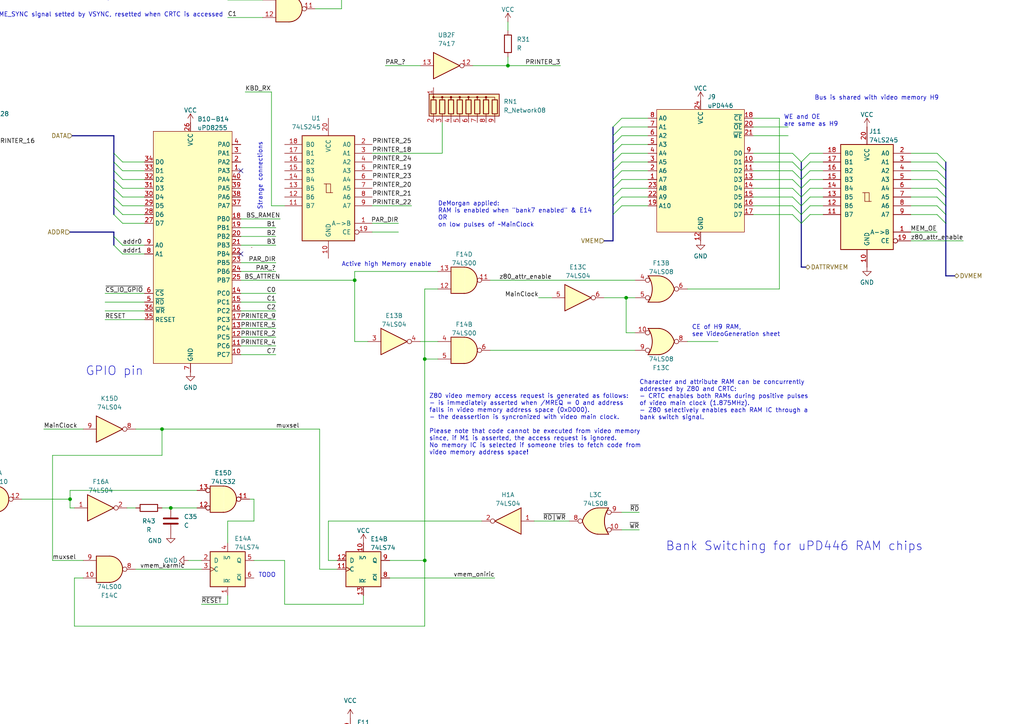
<source format=kicad_sch>
(kicad_sch (version 20230121) (generator eeschema)
  (paper "A4")
  (junction (at 49.53 147.32))
  (junction (at 20.32 144.78))
  (junction (at 46.99 124.46))
  (junction (at 147.32 19.05))
  (junction (at -5.08 41.91))
  (junction (at 102.87 81.28))
  (junction (at 181.61 86.36))
  (junction (at 99.06 -25.4))
  (junction (at -76.2 24.13))
  (junction (at -7.62 287.02))
  (junction (at 123.19 104.14))
  (junction (at 99.06 -11.43))
  (junction (at -7.62 274.32))
  (junction (at 123.19 162.56))
  (no_connect (at 69.85 49.53))
  (no_connect (at 69.85 73.66))
  (bus_entry (at 271.78 62.23) (size 2.54 2.54))
  (bus_entry (at 180.34 34.29) (size -2.54 2.54))
  (bus_entry (at 74.93 278.13) (size -2.54 2.54))
  (bus_entry (at 74.93 280.67) (size -2.54 2.54))
  (bus_entry (at 271.78 59.69) (size 2.54 2.54))
  (bus_entry (at 129.54 280.67) (size 2.54 2.54))
  (bus_entry (at 271.78 57.15) (size 2.54 2.54))
  (bus_entry (at 180.34 49.53) (size -2.54 2.54))
  (bus_entry (at 33.02 71.12) (size 2.54 2.54))
  (bus_entry (at 229.87 46.99) (size 2.54 2.54))
  (bus_entry (at 129.54 270.51) (size 2.54 2.54))
  (bus_entry (at 129.54 275.59) (size 2.54 2.54))
  (bus_entry (at 180.34 44.45) (size -2.54 2.54))
  (bus_entry (at 234.95 54.61) (size -2.54 2.54))
  (bus_entry (at 234.95 52.07) (size -2.54 2.54))
  (bus_entry (at 229.87 52.07) (size 2.54 2.54))
  (bus_entry (at 229.87 57.15) (size 2.54 2.54))
  (bus_entry (at 74.93 218.44) (size -2.54 2.54))
  (bus_entry (at 129.54 233.68) (size 2.54 2.54))
  (bus_entry (at 234.95 46.99) (size -2.54 2.54))
  (bus_entry (at 180.34 39.37) (size -2.54 2.54))
  (bus_entry (at 74.93 275.59) (size -2.54 2.54))
  (bus_entry (at 229.87 49.53) (size 2.54 2.54))
  (bus_entry (at 180.34 46.99) (size -2.54 2.54))
  (bus_entry (at 234.95 44.45) (size -2.54 2.54))
  (bus_entry (at 74.93 231.14) (size -2.54 2.54))
  (bus_entry (at 271.78 49.53) (size 2.54 2.54))
  (bus_entry (at 180.34 41.91) (size -2.54 2.54))
  (bus_entry (at 129.54 220.98) (size 2.54 2.54))
  (bus_entry (at 229.87 59.69) (size 2.54 2.54))
  (bus_entry (at 180.34 57.15) (size -2.54 2.54))
  (bus_entry (at 74.93 220.98) (size -2.54 2.54))
  (bus_entry (at 271.78 44.45) (size 2.54 2.54))
  (bus_entry (at 234.95 62.23) (size -2.54 2.54))
  (bus_entry (at 74.93 215.9) (size -2.54 2.54))
  (bus_entry (at 129.54 228.6) (size 2.54 2.54))
  (bus_entry (at 129.54 218.44) (size 2.54 2.54))
  (bus_entry (at 180.34 52.07) (size -2.54 2.54))
  (bus_entry (at 129.54 285.75) (size 2.54 2.54))
  (bus_entry (at 74.93 283.21) (size -2.54 2.54))
  (bus_entry (at 129.54 278.13) (size 2.54 2.54))
  (bus_entry (at 271.78 52.07) (size 2.54 2.54))
  (bus_entry (at 35.56 46.99) (size -2.54 -2.54))
  (bus_entry (at 271.78 46.99) (size 2.54 2.54))
  (bus_entry (at 234.95 59.69) (size -2.54 2.54))
  (bus_entry (at 129.54 288.29) (size 2.54 2.54))
  (bus_entry (at 74.93 270.51) (size -2.54 2.54))
  (bus_entry (at 129.54 231.14) (size 2.54 2.54))
  (bus_entry (at 180.34 36.83) (size -2.54 2.54))
  (bus_entry (at 74.93 228.6) (size -2.54 2.54))
  (bus_entry (at 35.56 59.69) (size -2.54 -2.54))
  (bus_entry (at 35.56 62.23) (size -2.54 -2.54))
  (bus_entry (at 74.93 233.68) (size -2.54 2.54))
  (bus_entry (at 234.95 57.15) (size -2.54 2.54))
  (bus_entry (at 74.93 285.75) (size -2.54 2.54))
  (bus_entry (at 129.54 226.06) (size 2.54 2.54))
  (bus_entry (at 35.56 57.15) (size -2.54 -2.54))
  (bus_entry (at 229.87 62.23) (size 2.54 2.54))
  (bus_entry (at 271.78 54.61) (size 2.54 2.54))
  (bus_entry (at 129.54 283.21) (size 2.54 2.54))
  (bus_entry (at 180.34 59.69) (size -2.54 2.54))
  (bus_entry (at 229.87 54.61) (size 2.54 2.54))
  (bus_entry (at 33.02 68.58) (size 2.54 2.54))
  (bus_entry (at 35.56 49.53) (size -2.54 -2.54))
  (bus_entry (at 234.95 49.53) (size -2.54 2.54))
  (bus_entry (at 74.93 226.06) (size -2.54 2.54))
  (bus_entry (at 180.34 54.61) (size -2.54 2.54))
  (bus_entry (at 129.54 273.05) (size 2.54 2.54))
  (bus_entry (at 74.93 223.52) (size -2.54 2.54))
  (bus_entry (at 74.93 288.29) (size -2.54 2.54))
  (bus_entry (at 74.93 273.05) (size -2.54 2.54))
  (bus_entry (at 35.56 52.07) (size -2.54 -2.54))
  (bus_entry (at 35.56 64.77) (size -2.54 -2.54))
  (bus_entry (at 35.56 54.61) (size -2.54 -2.54))
  (bus_entry (at 129.54 215.9) (size 2.54 2.54))
  (bus_entry (at 129.54 223.52) (size 2.54 2.54))
  (bus_entry (at 229.87 44.45) (size 2.54 2.54))
  (bus (pts (xy 274.32 46.99) (xy 274.32 49.53)))
  (wire (pts (xy 78.74 59.69) (xy 78.74 26.67)))
  (wire (pts (xy 181.61 86.36) (xy 184.15 86.36)))
  (bus (pts (xy 33.02 44.45) (xy 33.02 39.37)))
  (wire (pts (xy 41.91 46.99) (xy 35.56 46.99)))
  (bus (pts (xy 132.08 226.06) (xy 132.08 228.6)))
  (bus (pts (xy 132.08 220.98) (xy 132.08 223.52)))
  (wire (pts (xy 114.3 215.9) (xy 129.54 215.9)))
  (wire (pts (xy 76.2 -27.94) (xy 66.04 -27.94)))
  (wire (pts (xy 6.35 144.78) (xy 20.32 144.78)))
  (wire (pts (xy 264.16 59.69) (xy 271.78 59.69)))
  (wire (pts (xy 76.2 -8.89) (xy 66.04 -8.89)))
  (wire (pts (xy 119.38 59.69) (xy 107.95 59.69)))
  (wire (pts (xy 218.44 59.69) (xy 229.87 59.69)))
  (wire (pts (xy 113.03 162.56) (xy 123.19 162.56)))
  (wire (pts (xy 21.59 167.64) (xy 21.59 181.61)))
  (wire (pts (xy 114.3 270.51) (xy 129.54 270.51)))
  (wire (pts (xy 74.93 283.21) (xy 88.9 283.21)))
  (wire (pts (xy 10.16 280.67) (xy 21.59 280.67)))
  (bus (pts (xy 232.41 57.15) (xy 232.41 59.69)))
  (wire (pts (xy 10.16 267.97) (xy 21.59 267.97)))
  (bus (pts (xy 132.08 218.44) (xy 132.08 220.98)))
  (wire (pts (xy 123.19 162.56) (xy 123.19 181.61)))
  (wire (pts (xy 218.44 52.07) (xy 229.87 52.07)))
  (bus (pts (xy 177.8 49.53) (xy 177.8 52.07)))
  (wire (pts (xy 74.93 275.59) (xy 88.9 275.59)))
  (wire (pts (xy 218.44 46.99) (xy 229.87 46.99)))
  (wire (pts (xy 234.95 52.07) (xy 238.76 52.07)))
  (wire (pts (xy 74.93 228.6) (xy 88.9 228.6)))
  (wire (pts (xy 69.85 76.2) (xy 80.01 76.2)))
  (wire (pts (xy 92.71 124.46) (xy 46.99 124.46)))
  (wire (pts (xy 114.3 233.68) (xy 129.54 233.68)))
  (wire (pts (xy 180.34 153.67) (xy 185.42 153.67)))
  (bus (pts (xy 72.39 280.67) (xy 72.39 283.21)))
  (wire (pts (xy 41.91 59.69) (xy 35.56 59.69)))
  (wire (pts (xy 20.32 142.24) (xy 57.15 142.24)))
  (wire (pts (xy -76.2 24.13) (xy -62.23 24.13)))
  (bus (pts (xy 274.32 54.61) (xy 274.32 57.15)))
  (wire (pts (xy 107.95 67.31) (xy 115.57 67.31)))
  (wire (pts (xy 234.95 49.53) (xy 238.76 49.53)))
  (wire (pts (xy 106.68 99.06) (xy 102.87 99.06)))
  (wire (pts (xy 102.87 78.74) (xy 102.87 81.28)))
  (bus (pts (xy 177.8 39.37) (xy 177.8 41.91)))
  (wire (pts (xy 20.32 142.24) (xy 20.32 144.78)))
  (wire (pts (xy 181.61 96.52) (xy 184.15 96.52)))
  (wire (pts (xy 218.44 49.53) (xy 229.87 49.53)))
  (wire (pts (xy 218.44 34.29) (xy 226.06 34.29)))
  (bus (pts (xy 72.39 294.64) (xy 64.77 294.64)))
  (wire (pts (xy 58.42 162.56) (xy 54.61 162.56)))
  (bus (pts (xy 232.41 59.69) (xy 232.41 62.23)))
  (wire (pts (xy 187.96 52.07) (xy 180.34 52.07)))
  (bus (pts (xy 177.8 44.45) (xy 177.8 46.99)))
  (wire (pts (xy 82.55 162.56) (xy 82.55 175.26)))
  (bus (pts (xy 72.39 236.22) (xy 72.39 273.05)))
  (bus (pts (xy 33.02 57.15) (xy 33.02 54.61)))
  (wire (pts (xy -5.08 278.13) (xy -7.62 278.13)))
  (wire (pts (xy 46.99 132.08) (xy 46.99 124.46)))
  (wire (pts (xy -22.86 147.32) (xy -8.89 147.32)))
  (wire (pts (xy 19.05 262.89) (xy 19.05 254)))
  (wire (pts (xy 39.37 147.32) (xy 36.83 147.32)))
  (bus (pts (xy 33.02 59.69) (xy 33.02 57.15)))
  (bus (pts (xy 33.02 46.99) (xy 33.02 44.45)))
  (wire (pts (xy 234.95 57.15) (xy 238.76 57.15)))
  (wire (pts (xy 41.91 52.07) (xy 35.56 52.07)))
  (wire (pts (xy 66.04 172.72) (xy 66.04 175.26)))
  (bus (pts (xy 132.08 294.64) (xy 139.7 294.64)))
  (wire (pts (xy 147.32 19.05) (xy 162.56 19.05)))
  (wire (pts (xy -46.99 142.24) (xy -38.1 142.24)))
  (bus (pts (xy 132.08 283.21) (xy 132.08 285.75)))
  (wire (pts (xy 69.85 102.87) (xy 80.01 102.87)))
  (wire (pts (xy 114.3 273.05) (xy 129.54 273.05)))
  (wire (pts (xy 114.3 285.75) (xy 129.54 285.75)))
  (bus (pts (xy 33.02 68.58) (xy 33.02 71.12)))
  (wire (pts (xy 35.56 71.12) (xy 41.91 71.12)))
  (wire (pts (xy -11.43 41.91) (xy -5.08 41.91)))
  (bus (pts (xy 132.08 275.59) (xy 132.08 278.13)))
  (wire (pts (xy 127 104.14) (xy 123.19 104.14)))
  (wire (pts (xy 187.96 46.99) (xy 180.34 46.99)))
  (wire (pts (xy 123.19 104.14) (xy 123.19 162.56)))
  (wire (pts (xy 147.32 16.51) (xy 147.32 19.05)))
  (wire (pts (xy 114.3 220.98) (xy 129.54 220.98)))
  (wire (pts (xy 74.93 220.98) (xy 88.9 220.98)))
  (wire (pts (xy 69.85 90.17) (xy 80.01 90.17)))
  (wire (pts (xy 187.96 57.15) (xy 180.34 57.15)))
  (bus (pts (xy 33.02 54.61) (xy 33.02 52.07)))
  (wire (pts (xy 218.44 62.23) (xy 229.87 62.23)))
  (wire (pts (xy 128.27 35.56) (xy 128.27 44.45)))
  (wire (pts (xy 30.48 87.63) (xy 41.91 87.63)))
  (wire (pts (xy -19.05 274.32) (xy -7.62 274.32)))
  (wire (pts (xy 76.2 -22.86) (xy 66.04 -22.86)))
  (bus (pts (xy 33.02 52.07) (xy 33.02 49.53)))
  (wire (pts (xy 74.93 270.51) (xy 88.9 270.51)))
  (wire (pts (xy 142.24 101.6) (xy 184.15 101.6)))
  (bus (pts (xy 232.41 49.53) (xy 232.41 52.07)))
  (wire (pts (xy 99.06 -11.43) (xy 139.7 -11.43)))
  (wire (pts (xy 74.93 231.14) (xy 88.9 231.14)))
  (wire (pts (xy 127 83.82) (xy 123.19 83.82)))
  (wire (pts (xy -19.05 265.43) (xy -5.08 265.43)))
  (wire (pts (xy 49.53 147.32) (xy 57.15 147.32)))
  (bus (pts (xy 177.8 62.23) (xy 177.8 69.85)))
  (wire (pts (xy 20.32 147.32) (xy 21.59 147.32)))
  (bus (pts (xy 274.32 62.23) (xy 274.32 64.77)))
  (wire (pts (xy 114.3 218.44) (xy 129.54 218.44)))
  (wire (pts (xy 123.19 83.82) (xy 123.19 104.14)))
  (bus (pts (xy 72.39 278.13) (xy 72.39 280.67)))
  (wire (pts (xy 114.3 288.29) (xy 129.54 288.29)))
  (wire (pts (xy 99.06 -11.43) (xy 99.06 2.54)))
  (bus (pts (xy 132.08 231.14) (xy 132.08 233.68)))
  (wire (pts (xy 234.95 59.69) (xy 238.76 59.69)))
  (bus (pts (xy 177.8 46.99) (xy 177.8 49.53)))
  (bus (pts (xy 132.08 228.6) (xy 132.08 231.14)))
  (wire (pts (xy 74.93 288.29) (xy 88.9 288.29)))
  (wire (pts (xy 187.96 41.91) (xy 180.34 41.91)))
  (wire (pts (xy 187.96 34.29) (xy 180.34 34.29)))
  (wire (pts (xy -5.08 41.91) (xy -1.27 41.91)))
  (bus (pts (xy 132.08 233.68) (xy 132.08 236.22)))
  (wire (pts (xy 187.96 36.83) (xy 180.34 36.83)))
  (bus (pts (xy 132.08 273.05) (xy 132.08 275.59)))
  (wire (pts (xy 113.03 167.64) (xy 143.51 167.64)))
  (wire (pts (xy -7.62 274.32) (xy -7.62 270.51)))
  (wire (pts (xy 30.48 85.09) (xy 41.91 85.09)))
  (bus (pts (xy 72.39 285.75) (xy 72.39 288.29)))
  (wire (pts (xy 218.44 44.45) (xy 229.87 44.45)))
  (bus (pts (xy 132.08 278.13) (xy 132.08 280.67)))
  (wire (pts (xy 264.16 52.07) (xy 271.78 52.07)))
  (wire (pts (xy 21.59 262.89) (xy 19.05 262.89)))
  (wire (pts (xy 95.25 162.56) (xy 95.25 151.13)))
  (wire (pts (xy 264.16 49.53) (xy 271.78 49.53)))
  (wire (pts (xy 69.85 78.74) (xy 80.01 78.74)))
  (wire (pts (xy 264.16 54.61) (xy 271.78 54.61)))
  (bus (pts (xy 72.39 283.21) (xy 72.39 285.75)))
  (wire (pts (xy 114.3 283.21) (xy 129.54 283.21)))
  (bus (pts (xy 177.8 57.15) (xy 177.8 59.69)))
  (wire (pts (xy 76.2 0) (xy 66.04 0)))
  (wire (pts (xy 39.37 165.1) (xy 58.42 165.1)))
  (wire (pts (xy 46.99 147.32) (xy 49.53 147.32)))
  (wire (pts (xy 41.91 49.53) (xy 35.56 49.53)))
  (wire (pts (xy 30.48 92.71) (xy 41.91 92.71)))
  (bus (pts (xy 72.39 273.05) (xy 72.39 275.59)))
  (bus (pts (xy 232.41 77.47) (xy 233.68 77.47)))
  (wire (pts (xy 30.48 90.17) (xy 41.91 90.17)))
  (wire (pts (xy 114.3 223.52) (xy 129.54 223.52)))
  (wire (pts (xy 234.95 62.23) (xy 238.76 62.23)))
  (wire (pts (xy 73.66 151.13) (xy 73.66 144.78)))
  (wire (pts (xy 264.16 44.45) (xy 271.78 44.45)))
  (bus (pts (xy 132.08 236.22) (xy 132.08 273.05)))
  (bus (pts (xy 177.8 36.83) (xy 177.8 39.37)))
  (wire (pts (xy -7.62 283.21) (xy -5.08 283.21)))
  (wire (pts (xy -19.05 287.02) (xy -7.62 287.02)))
  (wire (pts (xy -5.08 290.83) (xy -7.62 290.83)))
  (wire (pts (xy 69.85 85.09) (xy 80.01 85.09)))
  (wire (pts (xy 66.04 157.48) (xy 66.04 151.13)))
  (wire (pts (xy 97.79 162.56) (xy 95.25 162.56)))
  (bus (pts (xy 132.08 288.29) (xy 132.08 290.83)))
  (wire (pts (xy 69.85 95.25) (xy 80.01 95.25)))
  (bus (pts (xy 232.41 54.61) (xy 232.41 57.15)))
  (wire (pts (xy 69.85 100.33) (xy 80.01 100.33)))
  (bus (pts (xy 132.08 223.52) (xy 132.08 226.06)))
  (wire (pts (xy 114.3 226.06) (xy 129.54 226.06)))
  (bus (pts (xy 72.39 228.6) (xy 72.39 231.14)))
  (wire (pts (xy 187.96 44.45) (xy 180.34 44.45)))
  (bus (pts (xy 33.02 39.37) (xy 20.955 39.37)))
  (bus (pts (xy 232.41 64.77) (xy 232.41 77.47)))
  (wire (pts (xy 107.95 44.45) (xy 128.27 44.45)))
  (wire (pts (xy 114.3 295.91) (xy 127 295.91)))
  (bus (pts (xy 177.8 69.85) (xy 175.26 69.85)))
  (bus (pts (xy 132.08 290.83) (xy 132.08 294.64)))
  (wire (pts (xy 76.2 -13.97) (xy 66.04 -13.97)))
  (wire (pts (xy 15.24 132.08) (xy 46.99 132.08)))
  (wire (pts (xy 71.12 26.67) (xy 78.74 26.67)))
  (wire (pts (xy 21.59 167.64) (xy 24.13 167.64)))
  (wire (pts (xy 234.95 54.61) (xy 238.76 54.61)))
  (bus (pts (xy 274.32 49.53) (xy 274.32 52.07)))
  (bus (pts (xy 72.39 233.68) (xy 72.39 236.22)))
  (wire (pts (xy -76.2 26.67) (xy -76.2 24.13)))
  (bus (pts (xy 72.39 226.06) (xy 72.39 228.6)))
  (wire (pts (xy 137.16 -16.51) (xy 139.7 -16.51)))
  (bus (pts (xy 72.39 290.83) (xy 72.39 294.64)))
  (wire (pts (xy 69.85 63.5) (xy 81.28 63.5)))
  (bus (pts (xy 72.39 218.44) (xy 72.39 220.98)))
  (wire (pts (xy 20.32 144.78) (xy 20.32 147.32)))
  (wire (pts (xy 74.93 278.13) (xy 88.9 278.13)))
  (bus (pts (xy 274.32 52.07) (xy 274.32 54.61)))
  (wire (pts (xy 180.34 148.59) (xy 185.42 148.59)))
  (bus (pts (xy 33.02 62.23) (xy 33.02 59.69)))
  (wire (pts (xy 41.91 62.23) (xy 35.56 62.23)))
  (wire (pts (xy -76.2 24.13) (xy -76.2 21.59)))
  (wire (pts (xy 102.87 99.06) (xy 102.87 81.28)))
  (bus (pts (xy 132.08 285.75) (xy 132.08 288.29)))
  (bus (pts (xy 177.8 54.61) (xy 177.8 57.15)))
  (wire (pts (xy 76.2 241.3) (xy 88.9 241.3)))
  (wire (pts (xy 10.16 293.37) (xy 21.59 293.37)))
  (wire (pts (xy 41.91 57.15) (xy 35.56 57.15)))
  (wire (pts (xy -7.62 270.51) (xy -5.08 270.51)))
  (wire (pts (xy 218.44 36.83) (xy 228.6 36.83)))
  (wire (pts (xy 187.96 49.53) (xy 180.34 49.53)))
  (wire (pts (xy 46.99 124.46) (xy 39.37 124.46)))
  (wire (pts (xy 69.85 68.58) (xy 80.01 68.58)))
  (wire (pts (xy 74.93 218.44) (xy 88.9 218.44)))
  (bus (pts (xy 274.32 64.77) (xy 274.32 80.01)))
  (wire (pts (xy 95.25 151.13) (xy 139.7 151.13)))
  (bus (pts (xy 72.39 231.14) (xy 72.39 233.68)))
  (wire (pts (xy 107.95 64.77) (xy 115.57 64.77)))
  (wire (pts (xy 91.44 -11.43) (xy 99.06 -11.43)))
  (wire (pts (xy 142.24 81.28) (xy 184.15 81.28)))
  (wire (pts (xy 24.13 162.56) (xy 15.24 162.56)))
  (wire (pts (xy 12.7 124.46) (xy 24.13 124.46)))
  (bus (pts (xy 33.02 49.53) (xy 33.02 46.99)))
  (wire (pts (xy 99.06 -25.4) (xy 99.06 -11.43)))
  (wire (pts (xy 187.96 59.69) (xy 180.34 59.69)))
  (bus (pts (xy 177.8 59.69) (xy 177.8 62.23)))
  (bus (pts (xy 177.8 41.91) (xy 177.8 44.45)))
  (wire (pts (xy 218.44 54.61) (xy 229.87 54.61)))
  (wire (pts (xy -91.44 24.13) (xy -76.2 24.13)))
  (wire (pts (xy 69.85 92.71) (xy 80.01 92.71)))
  (bus (pts (xy 274.32 57.15) (xy 274.32 59.69)))
  (wire (pts (xy 114.3 231.14) (xy 129.54 231.14)))
  (wire (pts (xy 127 293.37) (xy 114.3 293.37)))
  (wire (pts (xy 199.39 99.06) (xy 208.28 99.06)))
  (bus (pts (xy 132.08 280.67) (xy 132.08 283.21)))
  (wire (pts (xy 76.2 5.08) (xy 66.04 5.08)))
  (wire (pts (xy 102.87 78.74) (xy 127 78.74)))
  (wire (pts (xy 73.66 162.56) (xy 82.55 162.56)))
  (wire (pts (xy 264.16 62.23) (xy 271.78 62.23)))
  (wire (pts (xy 123.19 181.61) (xy 21.59 181.61)))
  (wire (pts (xy -7.62 278.13) (xy -7.62 274.32)))
  (wire (pts (xy 74.93 215.9) (xy 88.9 215.9)))
  (wire (pts (xy 279.4 69.85) (xy 264.16 69.85)))
  (wire (pts (xy 175.26 86.36) (xy 181.61 86.36)))
  (wire (pts (xy 73.66 144.78) (xy 72.39 144.78)))
  (wire (pts (xy 226.06 83.82) (xy 226.06 34.29)))
  (wire (pts (xy 74.93 233.68) (xy 88.9 233.68)))
  (wire (pts (xy 74.93 226.06) (xy 88.9 226.06)))
  (wire (pts (xy 92.71 124.46) (xy 92.71 165.1)))
  (wire (pts (xy 69.85 87.63) (xy 80.01 87.63)))
  (wire (pts (xy 156.21 86.36) (xy 160.02 86.36)))
  (wire (pts (xy 74.93 280.67) (xy 88.9 280.67)))
  (wire (pts (xy 271.78 67.31) (xy 264.16 67.31)))
  (wire (pts (xy -22.86 142.24) (xy -8.89 142.24)))
  (wire (pts (xy 218.44 57.15) (xy 229.87 57.15)))
  (wire (pts (xy 36.83 265.43) (xy 44.45 265.43)))
  (wire (pts (xy 234.95 46.99) (xy 238.76 46.99)))
  (wire (pts (xy -22.86 144.78) (xy -8.89 144.78)))
  (wire (pts (xy 91.44 2.54) (xy 99.06 2.54)))
  (wire (pts (xy 264.16 57.15) (xy 271.78 57.15)))
  (wire (pts (xy -19.05 295.91) (xy -5.08 295.91)))
  (bus (pts (xy 72.39 223.52) (xy 72.39 226.06)))
  (wire (pts (xy 91.44 -25.4) (xy 99.06 -25.4)))
  (wire (pts (xy 99.06 -31.75) (xy 99.06 -25.4)))
  (wire (pts (xy 74.93 223.52) (xy 88.9 223.52)))
  (wire (pts (xy 199.39 83.82) (xy 226.06 83.82)))
  (wire (pts (xy 69.85 66.04) (xy 80.01 66.04)))
  (wire (pts (xy 82.55 175.26) (xy 105.41 175.26)))
  (wire (pts (xy 234.95 44.45) (xy 238.76 44.45)))
  (wire (pts (xy -7.62 287.02) (xy -7.62 290.83)))
  (wire (pts (xy 69.85 71.12) (xy 80.01 71.12)))
  (wire (pts (xy 76.2 238.76) (xy 88.9 238.76)))
  (bus (pts (xy 20.32 67.31) (xy 33.02 67.31)))
  (wire (pts (xy 114.3 228.6) (xy 129.54 228.6)))
  (wire (pts (xy -7.62 287.02) (xy -7.62 283.21)))
  (bus (pts (xy 72.39 220.98) (xy 72.39 223.52)))
  (wire (pts (xy 121.92 99.06) (xy 127 99.06)))
  (wire (pts (xy 74.93 285.75) (xy 88.9 285.75)))
  (wire (pts (xy 121.92 19.05) (xy 111.76 19.05)))
  (wire (pts (xy 154.94 151.13) (xy 165.1 151.13)))
  (wire (pts (xy 74.93 273.05) (xy 88.9 273.05)))
  (wire (pts (xy 187.96 54.61) (xy 180.34 54.61)))
  (bus (pts (xy 232.41 46.99) (xy 232.41 49.53)))
  (wire (pts (xy 69.85 81.28) (xy 102.87 81.28)))
  (wire (pts (xy 73.66 151.13) (xy 66.04 151.13)))
  (wire (pts (xy 114.3 278.13) (xy 129.54 278.13)))
  (bus (pts (xy 232.41 62.23) (xy 232.41 64.77)))
  (wire (pts (xy 137.16 19.05) (xy 147.32 19.05)))
  (wire (pts (xy 181.61 86.36) (xy 181.61 96.52)))
  (wire (pts (xy 187.96 39.37) (xy 180.34 39.37)))
  (wire (pts (xy -5.08 41.91) (xy -5.08 38.1)))
  (wire (pts (xy 99.06 -43.18) (xy 99.06 -39.37)))
  (bus (pts (xy 177.8 52.07) (xy 177.8 54.61)))
  (wire (pts (xy 105.41 172.72) (xy 105.41 175.26)))
  (bus (pts (xy 72.39 275.59) (xy 72.39 278.13)))
  (wire (pts (xy 92.71 165.1) (xy 97.79 165.1)))
  (wire (pts (xy 114.3 280.67) (xy 129.54 280.67)))
  (wire (pts (xy 41.91 54.61) (xy 35.56 54.61)))
  (wire (pts (xy 41.91 64.77) (xy 35.56 64.77)))
  (wire (pts (xy 35.56 73.66) (xy 41.91 73.66)))
  (bus (pts (xy 274.32 59.69) (xy 274.32 62.23)))
  (bus (pts (xy 72.39 288.29) (xy 72.39 290.83)))
  (wire (pts (xy 58.42 175.26) (xy 66.04 175.26)))
  (wire (pts (xy 114.3 275.59) (xy 129.54 275.59)))
  (bus (pts (xy 232.41 52.07) (xy 232.41 54.61)))
  (wire (pts (xy 100.33 -16.51) (xy 121.92 -16.51)))
  (wire (pts (xy 147.32 6.35) (xy 147.32 8.89)))
  (wire (pts (xy 218.44 39.37) (xy 228.6 39.37)))
  (wire (pts (xy 7.62 254) (xy 19.05 254)))
  (bus (pts (xy 274.32 80.01) (xy 276.86 80.01)))
  (wire (pts (xy 82.55 59.69) (xy 78.74 59.69)))
  (bus (pts (xy 33.02 67.31) (xy 33.02 68.58)))
  (wire (pts (xy 69.85 97.79) (xy 80.01 97.79)))
  (wire (pts (xy 154.94 -13.97) (xy 165.1 -13.97)))
  (wire (pts (xy 15.24 162.56) (xy 15.24 132.08)))
  (wire (pts (xy 264.16 46.99) (xy 271.78 46.99)))
  (text "GPIO pin" (at 24.765 109.22 0) (effects (font (size 2.54 2.54)) (justify left bottom)))
  (text "WE and OE\nare same as H9" (at 227.33 36.83 0) (effects (font (size 1.27 1.27)) (justify left bottom)))
  (text "This is PERROR from parity latch" (at 64.77 -22.86 0) (effects (font (size 1.27 1.27)) (justify right bottom)))
  (text "TODO: CLK/TRIG3 of CTC" (at 165.1 -13.97 0) (effects (font (size 1.27 1.27)) (justify left bottom)))
  (text "TODO" (at 44.45 265.43 0) (effects (font (size 1.27 1.27)) (justify right bottom)))
  (text "Character and attribute RAM can be concurrently\naddressed by Z80 and CRTC:\n- CRTC enables both RAMs during positive pulses\nof video main clock (1.875MHz).\n- Z80 selectively enables each RAM IC through a\nbank switch signal." (at 185.42 121.92 0) (effects (font (size 1.27 1.27)) (justify left bottom)))
  (text "Bank Switching for uPD446 RAM chips" (at 193.04 160.02 0) (effects (font (size 2.54 2.54)) (justify left bottom)))
  (text "TODO" (at 74.93 167.64 0) (effects (font (size 1.27 1.27)) (justify left bottom)))
  (text "Bus is shared with video memory H9" (at 236.22 29.21 0) (effects (font (size 1.27 1.27)) (justify left bottom)))
  (text "DeMorgan applied:\nRAM is enabled when \"bank7 enabled\" & E14 \nOR\non low pulses of ~MainClock" (at 127 66.04 0) (effects (font (size 1.27 1.27)) (justify left bottom)))
  (text "This may be a mask to mute FRAME_SYNC" (at 64.77 0 0) (effects (font (size 1.27 1.27)) (justify right bottom)))
  (text "TODO:\npin 9 (Q) di H15 (7474)" (at 7.62 254 0) (effects (font (size 1.27 1.27)) (justify left bottom)))
  (text "Strange connections" (at 76.2 60.96 90) (effects (font (size 1.27 1.27)) (justify left bottom)))
  (text "This is FDC_INT from Floppy Controller" (at 64.77 -8.89 0) (effects (font (size 1.27 1.27)) (justify right bottom)))
  (text "TODO" (at 21.59 280.67 0) (effects (font (size 1.27 1.27)) (justify right bottom)))
  (text "Z80 video memory access request is generated as follows:\n- is immediately asserted when /MREQ = 0 and address\nfalls in video memory address space (0xD000).\n- the deassertion is syncronized with video main clock.\n\nPlease note that code cannot be executed from video memory\nsince, if M1 is asserted, the access request is ignored.\nNo memory IC is selected if someone tries to fetch code from\nvideo memory address space!" (at 124.46 132.08 0) (effects (font (size 1.27 1.27)) (justify left bottom)))
  (text "Active high Memory enable" (at 99.06 77.47 0) (effects (font (size 1.27 1.27)) (justify left bottom)))
  (text "This may be a mask to mute FDC_INT" (at 64.77 -13.97 0) (effects (font (size 1.27 1.27)) (justify right bottom)))
  (text "CE of H9 RAM,\nsee VideoGeneration sheet" (at 200.66 97.79 0) (effects (font (size 1.27 1.27)) (justify left bottom)))
  (text "This is a FRAME_SYNC signal setted by VSYNC, resetted when CRTC is accessed" (at 64.77 5.08 0) (effects (font (size 1.27 1.27)) (justify right bottom)))
  (text "This may be a mask to mute PERROR" (at 64.77 -27.94 0) (effects (font (size 1.27 1.27)) (justify right bottom)))
  (label "PAR_?" (at 111.76 19.05 0))
  (label "C1" (at 66.04 5.08 0))
  (label "BS_RAMEN" (at 81.28 63.5 180))
  (label "z80_attr_enable" (at 279.4 69.85 180))
  (label "C2" (at 66.04 -8.89 0))
  (label "PRINTER_4" (at 80.01 100.33 180))
  (label "~{WR}" (at 185.42 153.67 180))
  (label "vmem_oe" (at 21.59 293.37 180))
  (label "PAR_?" (at 80.01 78.74 180))
  (label "MEM_WR" (at -19.05 265.43 0))
  (label "muxsel" (at 15.24 162.56 0))
  (label "B3" (at 80.01 71.12 180))
  (label "vmem_oniric" (at 76.2 241.3 0))
  (label "z80_attr_enable" (at 144.78 81.28 0))
  (label "C2" (at 80.01 90.17 180))
  (label "C7" (at 80.01 102.87 180))
  (label "~{RESET}" (at 58.42 175.26 0))
  (label "PRINTER_17" (at -91.44 24.13 0))
  (label "PRINTER_24" (at 107.95 46.99 0))
  (label "addr1" (at 35.56 73.66 0))
  (label "addr0" (at 35.56 71.12 0))
  (label "PRINTER_2" (at 80.01 97.79 180))
  (label "MEM_OE" (at -19.05 287.02 0))
  (label "PRINTER_2" (at -27.94 73.66 0))
  (label "PRINTER_9" (at -27.94 91.44 0))
  (label "PRINTER_3" (at 162.56 19.05 180))
  (label "C0" (at 66.04 -22.86 0))
  (label "BS_ATTREN" (at 81.28 81.28 180))
  (label "~{MysteriousTrigger_CS}" (at 100.33 -16.51 0))
  (label "PRINTER_16" (at -1.27 41.91 0))
  (label "vmem_oniric" (at 143.51 167.64 180))
  (label "PRINTER_5" (at -27.94 82.55 0))
  (label "vmem_karmic" (at 127 293.37 180))
  (label "~{D000_CS}" (at -19.05 295.91 0))
  (label "MainClock" (at 12.7 124.46 0))
  (label "MEM_WR" (at 76.2 238.76 0))
  (label "PRINTER_19" (at 107.95 49.53 0))
  (label "MainClock" (at 156.21 86.36 180))
  (label "RESET" (at 30.48 92.71 0))
  (label "C1" (at 80.01 87.63 180))
  (label "PRINTER_25" (at 107.95 41.91 0))
  (label "PRINTER_21" (at 107.95 57.15 0))
  (label "PRINTER_23" (at 107.95 52.07 0))
  (label "muxsel" (at 80.01 124.46 0))
  (label "PAR_DIR" (at 115.57 64.77 180))
  (label "vmem_karmic" (at 40.64 165.1 0))
  (label "B2" (at 80.01 68.58 180))
  (label "~{RD|WR}" (at 157.48 151.13 0))
  (label "vmem_oniric" (at -19.05 274.32 0))
  (label "PRINTER_5" (at 80.01 95.25 180))
  (label "KBD_RX" (at 71.12 26.67 0))
  (label "PRINTER_18" (at 119.38 44.45 180))
  (label "PAR_DIR" (at 80.01 76.2 180))
  (label "~{M1}" (at -22.86 144.78 0))
  (label "B3" (at 66.04 -13.97 0))
  (label "C0" (at 80.01 85.09 180))
  (label "PRINTER_22" (at 119.38 59.69 180))
  (label "MREQ" (at -22.86 147.32 0))
  (label "PRINTER_9" (at 80.01 92.71 180))
  (label "PRINTER_4" (at -27.94 66.04 0))
  (label "B2" (at 66.04 0 0))
  (label "B1" (at 66.04 -27.94 0))
  (label "~{D000_CS}" (at -46.99 142.24 0))
  (label "~{RD}" (at 185.42 148.59 180))
  (label "MEM_OE" (at 271.78 67.31 180))
  (label "B1" (at 80.01 66.04 180))
  (label "PRINTER_20" (at 107.95 54.61 0))
  (label "~{CS_IO_GPIO}" (at 30.48 85.09 0))
  (label "vmem_oe" (at 127 295.91 180))
  (hierarchical_label "DATA" (shape input) (at 64.77 294.64 180))
  (hierarchical_label "DATA" (shape input) (at 20.955 39.37 180))
  (hierarchical_label "DVMEM" (shape bidirectional) (at 276.86 80.01 0))
  (hierarchical_label "ADDR" (shape input) (at 20.32 67.31 180))
  (hierarchical_label "DVMEM" (shape bidirectional) (at 139.7 294.64 0))
  (hierarchical_label "VMEM" (shape input) (at 175.26 69.85 180))
  (hierarchical_label "DATTRVMEM" (shape bidirectional) (at 233.68 77.47 0))
  (symbol (lib_id "Device:R") (at -76.2 17.78 0) (unit 1)
    (property "Reference" "R18" (at -72.39 16.51 0) (effects (justify left)))
    (property "Value" "R" (at -72.39 19.05 0) (effects (justify left)))
  )
  (symbol (lib_id "power:GND") (at -76.2 34.29 0) (unit 1)
    (property "Reference" "#PWR0104" (effects hide))
    (property "Value" "GND" (at -78.74 36.195 0) (effects (justify right)))
  )
  (symbol (lib_id "Device:R") (at -5.08 34.29 180) (unit 1)
    (property "Reference" "R28" (at -1.27 33.02 0) (effects (justify right)))
    (property "Value" "R" (at -1.27 35.56 0) (effects (justify right)))
  )
  (symbol (lib_id "74xx:74LS00") (at 134.62 101.6 0) (unit 2)
    (property "Reference" "F14" (at 134.62 94.0902 0))
    (property "Value" "74LS00" (at 134.62 96.6271 0))
    (property "Datasheet" "http://www.ti.com/lit/gpn/sn74ls00" (effects hide))
  )
  (symbol (lib_id "Device:R") (at -31.75 91.44 90) (unit 1)
    (property "Reference" "R26" (at -31.75 85.09 90))
    (property "Value" "R" (at -31.75 87.63 90))
  )
  (symbol (lib_id "power:VCC") (at 101.6 262.89 0) (unit 1)
    (property "Reference" "#PWR?" (effects hide))
    (property "Value" "VCC" (at 101.6 257.81 0))
  )
  (symbol (lib_id "74xx:74LS32") (at 147.32 -13.97 0) (unit 4)
    (property "Reference" "UE16" (at 147.32 -21.59 0))
    (property "Value" "74LS32" (at 147.32 -19.05 0))
    (property "Datasheet" "http://www.ti.com/lit/gpn/sn74LS32" (effects hide))
  )
  (symbol (lib_id "power:VCC") (at -35.56 73.66 90) (unit 1)
    (property "Reference" "#PWR099" (effects hide))
    (property "Value" "VCC" (at -39.1358 73.66 0))
  )
  (symbol (lib_id "74xx:74LS245") (at 251.46 57.15 0) (mirror y) (unit 1)
    (property "Reference" "J11" (at 252.0441 38.1 0) (effects (justify right)))
    (property "Value" "74LS245" (at 252.0441 40.64 0) (effects (justify right)))
    (property "Datasheet" "http://www.ti.com/lit/gpn/sn74LS245" (effects hide))
  )
  (symbol (lib_id "74xx:74LS04") (at 114.3 99.06 0) (unit 2)
    (property "Reference" "E13" (at 114.3 91.5502 0))
    (property "Value" "74LS04" (at 114.3 94.0871 0))
    (property "Datasheet" "http://www.ti.com/lit/gpn/sn74LS04" (effects hide))
  )
  (symbol (lib_id "74xx:74LS74") (at 105.41 165.1 0) (unit 2)
    (property "Reference" "E14" (at 107.4294 156.3202 0) (effects (justify left)))
    (property "Value" "74LS74" (at 107.4294 158.8571 0) (effects (justify left)))
    (property "Datasheet" "74xx/74hc_hct74.pdf" (effects hide))
  )
  (symbol (lib_id "74xx:74LS08") (at 191.77 99.06 0) (mirror x) (unit 3) (convert 2)
    (property "Reference" "F13" (at 191.77 106.68 0))
    (property "Value" "74LS08" (at 191.77 104.14 0))
    (property "Datasheet" "http://www.ti.com/lit/gpn/sn74LS08" (effects hide))
  )
  (symbol (lib_id "power:VCC") (at -35.56 82.55 90) (unit 1)
    (property "Reference" "#PWR0102" (effects hide))
    (property "Value" "VCC" (at -39.1358 82.55 0))
  )
  (symbol (lib_id "74xx:74LS08") (at 172.72 151.13 0) (mirror y) (unit 3) (convert 2)
    (property "Reference" "L3" (at 172.72 143.51 0))
    (property "Value" "74LS08" (at 172.72 146.05 0))
    (property "Datasheet" "http://www.ti.com/lit/gpn/sn74LS08" (effects hide))
  )
  (symbol (lib_id "74xx:74LS32") (at 2.54 293.37 0) (mirror x) (unit 1) (convert 2)
    (property "Reference" "E15" (at 2.5317 285.75 0))
    (property "Value" "74LS32" (at 2.5317 288.29 0))
    (property "Datasheet" "http://www.ti.com/lit/gpn/sn74LS32" (effects hide))
  )
  (symbol (lib_id "power:GND") (at 203.2 69.85 0) (unit 1)
    (property "Reference" "#PWR?" (effects hide))
    (property "Value" "GND" (at 203.2 74.2934 0))
  )
  (symbol (lib_id "Device:R") (at -31.75 73.66 90) (unit 1)
    (property "Reference" "R27" (at -31.75 67.31 90))
    (property "Value" "R" (at -31.75 69.85 90))
  )
  (symbol (lib_id "power:GND") (at 49.53 154.94 0) (unit 1)
    (property "Reference" "#PWR048" (effects hide))
    (property "Value" "GND" (at 46.99 156.845 0) (effects (justify right)))
  )
  (symbol (lib_id "74xx:74LS74") (at -54.61 24.13 0) (unit 1)
    (property "Reference" "UB8" (at -52.4159 13.97 0) (effects (justify left)))
    (property "Value" "74LS74" (at -52.4159 16.51 0) (effects (justify left)))
    (property "Datasheet" "74xx/74hc_hct74.pdf" (effects hide))
  )
  (symbol (lib_id "power:VCC") (at 105.41 157.48 0) (unit 1)
    (property "Reference" "#PWR049" (effects hide))
    (property "Value" "VCC" (at 105.41 153.9042 0))
  )
  (symbol (lib_id "Device:R") (at 99.06 -35.56 0) (unit 1)
    (property "Reference" "R29" (at 101.6 -36.83 0) (effects (justify left)))
    (property "Value" "R" (at 101.6 -34.29 0) (effects (justify left)))
  )
  (symbol (lib_id "74xx:74LS10") (at -1.27 144.78 0) (unit 1)
    (property "Reference" "U2" (at -1.2783 137.16 0))
    (property "Value" "74LS10" (at -1.2783 139.7 0))
    (property "Datasheet" "http://www.ti.com/lit/gpn/sn74LS10" (effects hide))
    (instances (project "ceda" (path "" (reference "U2") (unit 1)) (path "" (reference "K14") (unit 1))))
  )
  (symbol (lib_id "Device:R") (at 147.32 12.7 0) (unit 1)
    (property "Reference" "R31" (at 149.86 11.43 0) (effects (justify left)))
    (property "Value" "R" (at 149.86 13.97 0) (effects (justify left)))
  )
  (symbol (lib_id "power:+5V") (at 99.06 -43.18 0) (unit 1)
    (property "Reference" "#PWR068" (effects hide))
    (property "Value" "+5V" (at 99.06 -46.99 0))
  )
  (symbol (lib_id "74xx:74LS04") (at 129.54 19.05 0) (unit 6)
    (property "Reference" "UB2" (at 129.54 10.16 0))
    (property "Value" "7417" (at 129.54 12.7 0))
    (property "Datasheet" "http://www.ti.com/lit/gpn/sn74LS04" (effects hide))
  )
  (symbol (lib_id "Device:R") (at -31.75 82.55 90) (unit 1)
    (property "Reference" "R25" (at -31.75 76.2 90))
    (property "Value" "R" (at -31.75 78.74 90))
  )
  (symbol (lib_id "power:VCC") (at 101.6 208.28 0) (unit 1)
    (property "Reference" "#PWR?" (effects hide))
    (property "Value" "VCC" (at 101.6 203.2 0))
  )
  (symbol (lib_id "74xx:74LS04") (at -19.05 41.91 0) (unit 1)
    (property "Reference" "UB2" (at -19.05 33.02 0))
    (property "Value" "7417" (at -19.05 35.56 0))
    (property "Datasheet" "http://www.ti.com/lit/gpn/sn74LS04" (effects hide))
  )
  (symbol (lib_id "74xx:74LS32") (at 2.54 267.97 0) (unit 2) (convert 2)
    (property "Reference" "E16" (at 2.5317 259.08 0))
    (property "Value" "74LS32" (at 2.5317 261.62 0))
    (property "Datasheet" "http://www.ti.com/lit/gpn/sn74LS32" (effects hide))
  )
  (symbol (lib_id "Device:C") (at 49.53 151.13 0) (unit 1)
    (property "Reference" "C35" (at 53.34 149.86 0) (effects (justify left)))
    (property "Value" "C" (at 53.34 152.4 0) (effects (justify left)))
  )
  (symbol (lib_id "power:GND") (at 55.245 107.95 0) (unit 1)
    (property "Reference" "#PWR?" (effects hide))
    (property "Value" "GND" (at 55.245 112.3934 0))
  )
  (symbol (lib_id "74xx:74LS541") (at 101.6 228.6 0) (unit 1)
    (property "Reference" "F11" (at 103.5559 209.55 0) (effects (justify left)))
    (property "Value" "74LS541" (at 103.5559 212.09 0) (effects (justify left)))
    (property "Datasheet" "http://www.ti.com/lit/gpn/sn74LS541" (effects hide))
  )
  (symbol (lib_id "ceda:uPD446") (at 203.2 31.75 0) (unit 1)
    (property "Reference" "J9" (at 205.2194 28.101 0) (effects (justify left)))
    (property "Value" "uPD446" (at 205.2194 30.6379 0) (effects (justify left)))
  )
  (symbol (lib_id "74xx:74LS38") (at 83.82 -25.4 0) (unit 1)
    (property "Reference" "UA13" (at 83.8117 -33.02 0))
    (property "Value" "74LS38" (at 83.8117 -30.48 0))
    (property "Datasheet" "http://www.ti.com/lit/gpn/sn74LS38" (effects hide))
  )
  (symbol (lib_id "power:VCC") (at 147.32 6.35 0) (unit 1)
    (property "Reference" "#PWR098" (effects hide))
    (property "Value" "VCC" (at 147.32 2.7742 0))
  )
  (symbol (lib_id "74xx:74LS38") (at 83.82 2.54 0) (mirror x) (unit 4)
    (property "Reference" "UA13" (at 83.8117 -5.08 0))
    (property "Value" "74LS38" (at 83.8117 -2.54 0))
    (property "Datasheet" "http://www.ti.com/lit/gpn/sn74LS38" (effects hide))
  )
  (symbol (lib_id "74xx:74LS374") (at 101.6 283.21 0) (mirror y) (unit 1)
    (property "Reference" "F12" (at 99.6441 264.16 0) (effects (justify left)))
    (property "Value" "74LS374" (at 99.6441 266.7 0) (effects (justify left)))
    (property "Datasheet" "http://www.ti.com/lit/gpn/sn74LS374" (effects hide))
  )
  (symbol (lib_id "74xx:74LS32") (at 64.77 144.78 0) (mirror x) (unit 4) (convert 2)
    (property "Reference" "E15" (at 64.77 137.16 0))
    (property "Value" "74LS32" (at 64.77 139.7 0))
    (property "Datasheet" "http://www.ti.com/lit/gpn/sn74LS32" (effects hide))
  )
  (symbol (lib_id "power:VCC") (at -5.08 30.48 0) (unit 1)
    (property "Reference" "#PWR0103" (effects hide))
    (property "Value" "VCC" (at -5.08 25.4 0))
  )
  (symbol (lib_id "power:GND") (at 54.61 162.56 270) (unit 1)
    (property "Reference" "#PWR038" (effects hide))
    (property "Value" "GND" (at 49.53 162.56 90))
  )
  (symbol (lib_id "power:VCC") (at -76.2 13.97 0) (unit 1)
    (property "Reference" "#PWR0105" (effects hide))
    (property "Value" "VCC" (at -76.2 8.89 0))
  )
  (symbol (lib_id "Device:R") (at -31.75 66.04 90) (unit 1)
    (property "Reference" "R24" (at -31.75 59.69 90))
    (property "Value" "R" (at -31.75 62.23 90))
  )
  (symbol (lib_id "Device:R_Network08") (at 135.89 30.48 0) (unit 1)
    (property "Reference" "RN1" (at 146.05 29.464 0) (effects (justify left)))
    (property "Value" "R_Network08" (at 146.05 32.004 0) (effects (justify left)))
    (property "Footprint" "Resistor_THT:R_Array_SIP9" (effects hide))
    (property "Datasheet" "http://www.vishay.com/docs/31509/csc.pdf" (effects hide))
  )
  (symbol (lib_id "power:VCC") (at 55.245 35.56 0) (unit 1)
    (property "Reference" "#PWR?" (effects hide))
    (property "Value" "VCC" (at 55.245 31.9842 0))
  )
  (symbol (lib_id "74xx:74LS08") (at 191.77 83.82 0) (unit 2) (convert 2)
    (property "Reference" "F13" (at 191.77 76.3102 0))
    (property "Value" "74LS08" (at 191.77 78.8471 0))
    (property "Datasheet" "http://www.ti.com/lit/gpn/sn74LS08" (effects hide))
  )
  (symbol (lib_id "ceda:uPD8255") (at 55.245 71.12 0) (unit 1)
    (property "Reference" "B10-B14" (at 57.2644 34.5272 0) (effects (justify left)))
    (property "Value" "uPD8255" (at 57.2644 37.0641 0) (effects (justify left)))
  )
  (symbol (lib_id "74xx:74LS04") (at 129.54 -16.51 0) (unit 1)
    (property "Reference" "UH7" (at 129.54 -24.13 0))
    (property "Value" "74LS04" (at 129.54 -21.59 0))
    (property "Datasheet" "http://www.ti.com/lit/gpn/sn74LS04" (effects hide))
  )
  (symbol (lib_id "power:VCC") (at -35.56 66.04 90) (unit 1)
    (property "Reference" "#PWR0100" (effects hide))
    (property "Value" "VCC" (at -39.1358 66.04 0))
  )
  (symbol (lib_id "Device:C") (at -76.2 30.48 0) (unit 1)
    (property "Reference" "C13" (at -71.12 29.21 0) (effects (justify left)))
    (property "Value" "C" (at -71.12 31.75 0) (effects (justify left)))
  )
  (symbol (lib_id "74xx:74LS00") (at 134.62 81.28 0) (mirror x) (unit 4)
    (property "Reference" "F14" (at 134.62 73.7702 0))
    (property "Value" "74LS00" (at 134.62 76.3071 0))
    (property "Datasheet" "http://www.ti.com/lit/gpn/sn74ls00" (effects hide))
  )
  (symbol (lib_id "Device:R") (at 43.18 147.32 270) (unit 1)
    (property "Reference" "R43" (at 43.18 151.13 90))
    (property "Value" "R" (at 43.18 153.67 90))
  )
  (symbol (lib_id "power:VCC") (at 251.46 36.83 0) (unit 1)
    (property "Reference" "#PWR?" (effects hide))
    (property "Value" "VCC" (at 251.46 33.2542 0))
  )
  (symbol (lib_id "74xx:74LS32") (at 2.54 280.67 0) (mirror x) (unit 2) (convert 2)
    (property "Reference" "E15" (at 2.5317 273.05 0))
    (property "Value" "74LS32" (at 2.5317 275.59 0))
    (property "Datasheet" "http://www.ti.com/lit/gpn/sn74LS32" (effects hide))
  )
  (symbol (lib_id "power:GND") (at 101.6 248.92 0) (unit 1)
    (property "Reference" "#PWR?" (effects hide))
    (property "Value" "GND" (at 101.6 254 0))
  )
  (symbol (lib_id "74xx:74LS245") (at 95.25 54.61 0) (mirror y) (unit 1)
    (property "Reference" "U1" (at 93.0559 34.29 0) (effects (justify left)))
    (property "Value" "74LS245" (at 93.0559 36.83 0) (effects (justify left)))
    (property "Datasheet" "http://www.ti.com/lit/gpn/sn74LS245" (effects hide))
  )
  (symbol (lib_id "power:GND") (at 251.46 77.47 0) (unit 1)
    (property "Reference" "#PWR?" (effects hide))
    (property "Value" "GND" (at 251.46 81.9134 0))
  )
  (symbol (lib_id "74xx:74LS04") (at 31.75 124.46 0) (unit 4)
    (property "Reference" "K15" (at 31.75 115.57 0))
    (property "Value" "74LS04" (at 31.75 118.11 0))
    (property "Datasheet" "http://www.ti.com/lit/gpn/sn74LS04" (effects hide))
  )
  (symbol (lib_id "74xx:74LS04") (at 29.21 147.32 0) (unit 1)
    (property "Reference" "F16" (at 29.21 139.7 0))
    (property "Value" "74LS04" (at 29.21 142.24 0))
    (property "Datasheet" "http://www.ti.com/lit/gpn/sn74LS04" (effects hide))
  )
  (symbol (lib_id "74xx:74LS04") (at 147.32 151.13 0) (mirror y) (unit 1)
    (property "Reference" "H1" (at 147.32 143.51 0))
    (property "Value" "74LS04" (at 147.32 146.05 0))
    (property "Datasheet" "http://www.ti.com/lit/gpn/sn74LS04" (effects hide))
  )
  (symbol (lib_id "74xx:74LS32") (at 29.21 265.43 0) (mirror x) (unit 3) (convert 2)
    (property "Reference" "E16" (at 29.2017 256.54 0))
    (property "Value" "74LS32" (at 29.2017 259.08 0))
    (property "Datasheet" "http://www.ti.com/lit/gpn/sn74LS32" (effects hide))
  )
  (symbol (lib_id "74xx:74LS38") (at 83.82 -11.43 0) (unit 2)
    (property "Reference" "UA13" (at 83.8117 -19.05 0))
    (property "Value" "74LS38" (at 83.8117 -16.51 0))
    (property "Datasheet" "http://www.ti.com/lit/gpn/sn74LS38" (effects hide))
  )
  (symbol (lib_id "74xx:74LS74") (at 66.04 165.1 0) (unit 1)
    (property "Reference" "E14" (at 67.9959 156.21 0) (effects (justify left)))
    (property "Value" "74LS74" (at 67.9959 158.75 0) (effects (justify left)))
    (property "Datasheet" "74xx/74hc_hct74.pdf" (effects hide))
  )
  (symbol (lib_id "74xx:74LS00") (at 31.75 165.1 0) (unit 3)
    (property "Reference" "F14" (at 31.7417 172.72 0))
    (property "Value" "74LS00" (at 31.7417 170.18 0))
    (property "Datasheet" "http://www.ti.com/lit/gpn/sn74ls00" (effects hide))
  )
  (symbol (lib_id "power:VCC") (at 203.2 29.21 0) (unit 1)
    (property "Reference" "#PWR?" (effects hide))
    (property "Value" "VCC" (at 203.2 25.6342 0))
  )
  (symbol (lib_id "power:VCC") (at -35.56 91.44 90) (unit 1)
    (property "Reference" "#PWR0101" (effects hide))
    (property "Value" "VCC" (at -39.1358 91.44 0))
  )
  (symbol (lib_id "74xx:74LS04") (at 167.64 86.36 0) (unit 3)
    (property "Reference" "E13" (at 167.64 77.47 0))
    (property "Value" "74LS04" (at 167.64 80.01 0))
    (property "Datasheet" "http://www.ti.com/lit/gpn/sn74LS04" (effects hide))
  )
  (symbol (lib_id "power:GND") (at 101.6 303.53 0) (unit 1)
    (property "Reference" "#PWR?" (effects hide))
    (property "Value" "GND" (at 101.6 308.61 0))
  )
  (symbol (lib_id "74xx:74LS04") (at -30.48 142.24 0) (unit 4)
    (property "Reference" "F16" (at -30.48 134.62 0))
    (property "Value" "74LS04" (at -30.48 137.16 0))
    (property "Datasheet" "http://www.ti.com/lit/gpn/sn74LS04" (effects hide))
  )
)
</source>
